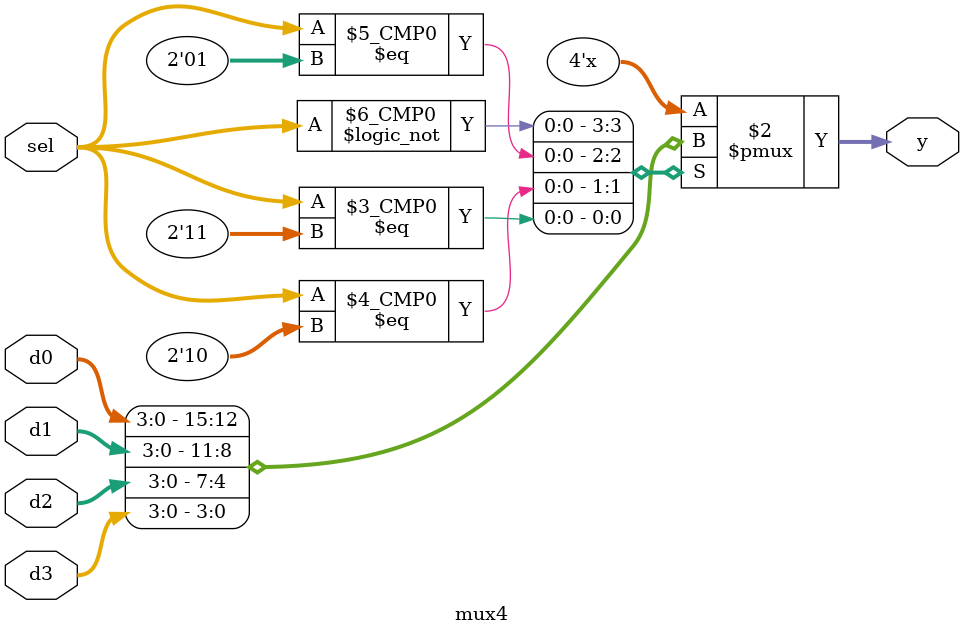
<source format=sv>
module mux4(
    input logic[3:0] d0,d1,d2,d3,
    input logic[1:0] sel,
    output logic[3:0] y
);

    always_comb begin
        case(sel)
            2'b00: y = d0;
            2'b01: y = d1;
            2'b10: y = d2;
            2'b11: y = d3;
            default: y = 'x;
        endcase
    end
endmodule



</source>
